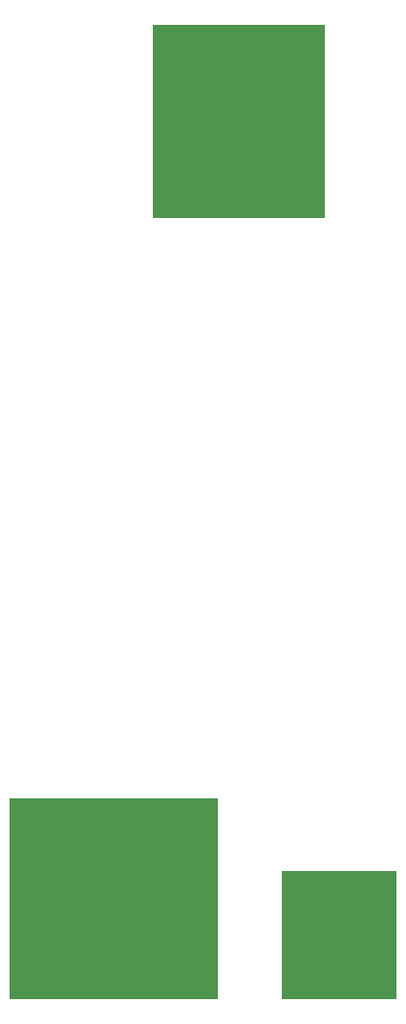
<source format=gko>
G75*
%MOIN*%
%OFA0B0*%
%FSLAX24Y24*%
%IPPOS*%
%LPD*%
%AMOC8*
5,1,8,0,0,1.08239X$1,22.5*
%
%ADD10R,0.6000X0.6750*%
%ADD11R,0.4000X0.4500*%
%ADD12R,0.7250X0.7000*%
D10*
X018470Y031125D03*
D11*
X021970Y002750D03*
D12*
X014095Y004000D03*
M02*

</source>
